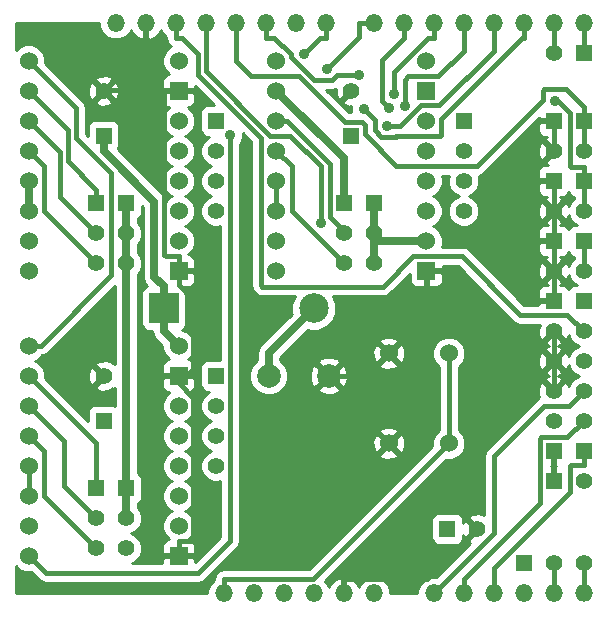
<source format=gbl>
G04 (created by PCBNEW-RS274X (2012-01-19 BZR 3256)-stable) date 20/07/2013 4:07:59 p.m.*
G01*
G70*
G90*
%MOIN*%
G04 Gerber Fmt 3.4, Leading zero omitted, Abs format*
%FSLAX34Y34*%
G04 APERTURE LIST*
%ADD10C,0.006000*%
%ADD11C,0.098400*%
%ADD12R,0.098400X0.098400*%
%ADD13O,0.060000X0.057100*%
%ADD14O,0.060000X0.059100*%
%ADD15R,0.060000X0.060000*%
%ADD16C,0.060000*%
%ADD17R,0.055000X0.055000*%
%ADD18C,0.055000*%
%ADD19C,0.078700*%
%ADD20C,0.035000*%
%ADD21C,0.027600*%
%ADD22C,0.016000*%
%ADD23C,0.010000*%
G04 APERTURE END LIST*
G54D10*
G54D11*
X35250Y-24000D03*
G54D12*
X30250Y-24000D03*
G54D13*
X44250Y-33500D03*
G54D14*
X43250Y-33500D03*
X42250Y-33500D03*
X39250Y-33500D03*
X40250Y-33500D03*
X41250Y-33500D03*
X37250Y-33500D03*
X36250Y-33500D03*
X35250Y-33500D03*
X33250Y-33500D03*
X32250Y-33500D03*
X44250Y-14500D03*
X43250Y-14500D03*
X42250Y-14500D03*
X41250Y-14500D03*
X40250Y-14500D03*
X39250Y-14500D03*
X38250Y-14500D03*
X37250Y-14500D03*
X35650Y-14500D03*
X34650Y-14500D03*
X33650Y-14500D03*
X32650Y-14500D03*
X31650Y-14500D03*
X30650Y-14500D03*
X29650Y-14500D03*
X28650Y-14500D03*
X34250Y-33500D03*
G54D15*
X30750Y-32250D03*
G54D16*
X30750Y-31250D03*
X30750Y-30250D03*
X30750Y-29250D03*
X30750Y-28250D03*
X30750Y-27250D03*
G54D15*
X30750Y-26250D03*
G54D16*
X30750Y-25250D03*
X25750Y-25250D03*
X25750Y-26250D03*
X25750Y-27250D03*
X25750Y-28250D03*
X25750Y-29250D03*
X25750Y-30250D03*
X25750Y-31250D03*
X25750Y-32250D03*
G54D15*
X39000Y-22750D03*
G54D16*
X39000Y-21750D03*
X39000Y-20750D03*
X39000Y-19750D03*
X39000Y-18750D03*
X39000Y-17750D03*
G54D15*
X39000Y-16750D03*
G54D16*
X39000Y-15750D03*
X34000Y-15750D03*
X34000Y-16750D03*
X34000Y-17750D03*
X34000Y-18750D03*
X34000Y-19750D03*
X34000Y-20750D03*
X34000Y-21750D03*
X34000Y-22750D03*
G54D15*
X30750Y-22750D03*
G54D16*
X30750Y-21750D03*
X30750Y-20750D03*
X30750Y-19750D03*
X30750Y-18750D03*
X30750Y-17750D03*
G54D15*
X30750Y-16750D03*
G54D16*
X30750Y-15750D03*
X25750Y-15750D03*
X25750Y-16750D03*
X25750Y-17750D03*
X25750Y-18750D03*
X25750Y-19750D03*
X25750Y-20750D03*
X25750Y-21750D03*
X25750Y-22750D03*
G54D17*
X28000Y-30000D03*
G54D18*
X28000Y-31000D03*
X28000Y-32000D03*
G54D17*
X37250Y-20500D03*
G54D18*
X37250Y-21500D03*
X37250Y-22500D03*
G54D17*
X36250Y-20500D03*
G54D18*
X36250Y-21500D03*
X36250Y-22500D03*
G54D17*
X29000Y-30000D03*
G54D18*
X29000Y-31000D03*
X29000Y-32000D03*
G54D17*
X28000Y-20500D03*
G54D18*
X28000Y-21500D03*
X28000Y-22500D03*
G54D17*
X29000Y-20500D03*
G54D18*
X29000Y-21500D03*
X29000Y-22500D03*
G54D17*
X43250Y-29750D03*
G54D18*
X44250Y-29750D03*
G54D19*
X33750Y-26250D03*
X35750Y-26250D03*
G54D16*
X37750Y-28500D03*
X39750Y-25500D03*
X39750Y-28500D03*
X37750Y-25500D03*
G54D17*
X44250Y-15500D03*
G54D18*
X43250Y-15500D03*
G54D17*
X32000Y-17750D03*
G54D18*
X32000Y-18750D03*
X32000Y-19750D03*
X32000Y-20750D03*
G54D17*
X40250Y-17750D03*
G54D18*
X40250Y-18750D03*
X40250Y-19750D03*
X40250Y-20750D03*
G54D17*
X32000Y-26250D03*
G54D18*
X32000Y-27250D03*
X32000Y-28250D03*
X32000Y-29250D03*
G54D17*
X42250Y-32500D03*
G54D18*
X43250Y-32500D03*
X44250Y-32500D03*
G54D17*
X43250Y-23750D03*
G54D18*
X43250Y-24750D03*
X43250Y-25750D03*
G54D17*
X44250Y-23750D03*
G54D18*
X44250Y-24750D03*
X44250Y-25750D03*
G54D17*
X43250Y-28750D03*
G54D18*
X43250Y-27750D03*
X43250Y-26750D03*
G54D17*
X44250Y-28750D03*
G54D18*
X44250Y-27750D03*
X44250Y-26750D03*
G54D17*
X43250Y-21750D03*
G54D18*
X43250Y-22750D03*
G54D17*
X43250Y-19750D03*
G54D18*
X43250Y-20750D03*
G54D17*
X43250Y-17750D03*
G54D18*
X43250Y-18750D03*
G54D17*
X44250Y-17750D03*
G54D18*
X44250Y-18750D03*
G54D17*
X44250Y-19750D03*
G54D18*
X44250Y-20750D03*
G54D17*
X44250Y-21750D03*
G54D18*
X44250Y-22750D03*
G54D17*
X28250Y-27750D03*
G54D18*
X28250Y-26250D03*
G54D17*
X36500Y-18250D03*
G54D18*
X36500Y-16750D03*
G54D17*
X28250Y-18250D03*
G54D18*
X28250Y-16750D03*
G54D17*
X39700Y-31350D03*
G54D18*
X40700Y-31350D03*
G54D20*
X37918Y-16868D03*
X36916Y-17344D03*
X34913Y-15509D03*
X37761Y-17322D03*
X37685Y-17911D03*
X35708Y-16021D03*
X32458Y-18234D03*
X38291Y-17249D03*
X35480Y-21150D03*
X43283Y-17086D03*
X36757Y-16221D03*
G54D21*
X37250Y-21750D02*
X39000Y-21750D01*
X29000Y-21500D02*
X29000Y-20500D01*
X29000Y-30000D02*
X29000Y-22500D01*
X29000Y-31000D02*
X29000Y-30000D01*
X37250Y-21750D02*
X37250Y-21500D01*
X37250Y-22500D02*
X37250Y-21750D01*
X29000Y-21500D02*
X29000Y-22500D01*
X37250Y-21500D02*
X37250Y-20500D01*
G54D22*
X43250Y-32500D02*
X43250Y-33500D01*
X44250Y-32500D02*
X44250Y-33500D01*
G54D21*
X30750Y-25250D02*
X30250Y-24750D01*
X30250Y-24750D02*
X30250Y-24000D01*
X30250Y-24000D02*
X30250Y-23267D01*
X28250Y-18250D02*
X28250Y-18766D01*
X28250Y-18766D02*
X29938Y-20454D01*
X29938Y-20454D02*
X29938Y-22955D01*
X29938Y-22955D02*
X30250Y-23267D01*
G54D22*
X30750Y-26491D02*
X31233Y-26974D01*
X29680Y-16750D02*
X30267Y-16750D01*
X29650Y-16720D02*
X29680Y-16750D01*
X43250Y-18750D02*
X43250Y-17750D01*
X30750Y-22750D02*
X30750Y-22267D01*
X31233Y-26974D02*
X31233Y-31722D01*
X31233Y-31722D02*
X31188Y-31767D01*
X31188Y-31767D02*
X30750Y-31767D01*
X30750Y-32250D02*
X30750Y-31767D01*
X30750Y-26491D02*
X31233Y-26008D01*
X31233Y-26008D02*
X31233Y-23716D01*
X31233Y-23716D02*
X30750Y-23233D01*
X30750Y-26250D02*
X30750Y-26491D01*
X30750Y-22750D02*
X30750Y-23233D01*
X30312Y-22267D02*
X30750Y-22267D01*
X30267Y-22222D02*
X30312Y-22267D01*
X30267Y-16750D02*
X30267Y-22222D01*
X43250Y-29750D02*
X43250Y-28750D01*
X30750Y-16750D02*
X30267Y-16750D01*
X36250Y-33500D02*
X36250Y-33021D01*
X40700Y-31350D02*
X39029Y-33021D01*
X39029Y-33021D02*
X36250Y-33021D01*
X43250Y-25750D02*
X43250Y-24750D01*
X43250Y-26750D02*
X43250Y-25750D01*
X37000Y-26250D02*
X37750Y-25500D01*
X43250Y-19750D02*
X43250Y-20750D01*
X43250Y-20750D02*
X43250Y-21750D01*
X39000Y-22750D02*
X39000Y-23233D01*
X43250Y-22750D02*
X43250Y-23750D01*
X43250Y-21750D02*
X43250Y-22750D01*
X29650Y-16720D02*
X29650Y-14500D01*
X35750Y-26250D02*
X37000Y-26250D01*
X37000Y-26250D02*
X37000Y-27750D01*
X37000Y-27750D02*
X37750Y-28500D01*
X37750Y-25500D02*
X39000Y-24250D01*
X39000Y-24250D02*
X39000Y-23233D01*
X28250Y-16750D02*
X28280Y-16720D01*
X28280Y-16720D02*
X29650Y-16720D01*
G54D21*
X33750Y-25500D02*
X35250Y-24000D01*
X33750Y-26250D02*
X33750Y-25500D01*
G54D22*
X32250Y-33500D02*
X32250Y-33021D01*
X39750Y-28500D02*
X39750Y-25500D01*
X35229Y-33021D02*
X32250Y-33021D01*
X39750Y-28500D02*
X35229Y-33021D01*
X43250Y-15500D02*
X43250Y-14500D01*
X39250Y-14500D02*
X39250Y-14979D01*
X39045Y-14979D02*
X39250Y-14979D01*
X37918Y-16106D02*
X39045Y-14979D01*
X37918Y-16868D02*
X37918Y-16106D01*
X37500Y-18269D02*
X37999Y-18269D01*
X37290Y-17718D02*
X37290Y-18059D01*
X38009Y-18259D02*
X39461Y-18259D01*
X39461Y-18259D02*
X39506Y-18214D01*
X39506Y-18214D02*
X39506Y-17681D01*
X39506Y-17681D02*
X42208Y-14979D01*
X42208Y-14979D02*
X42250Y-14979D01*
X42250Y-14500D02*
X42250Y-14979D01*
X37290Y-18059D02*
X37500Y-18269D01*
X37999Y-18269D02*
X38009Y-18259D01*
X36916Y-17344D02*
X37290Y-17718D01*
X44250Y-15500D02*
X44250Y-14500D01*
X25750Y-30250D02*
X25750Y-29250D01*
X44250Y-28750D02*
X44250Y-29208D01*
X43837Y-29208D02*
X44250Y-29208D01*
X43792Y-29253D02*
X43837Y-29208D01*
X43792Y-30126D02*
X43792Y-29253D01*
X41250Y-32668D02*
X43792Y-30126D01*
X41250Y-33500D02*
X41250Y-32668D01*
X42791Y-30480D02*
X40250Y-33021D01*
X42791Y-28336D02*
X42791Y-30480D01*
X42836Y-28291D02*
X42791Y-28336D01*
X43709Y-28291D02*
X42836Y-28291D01*
X44250Y-27750D02*
X43709Y-28291D01*
X40250Y-33500D02*
X40250Y-33021D01*
X41254Y-31496D02*
X39250Y-33500D01*
X41254Y-28928D02*
X41254Y-31496D01*
X42932Y-27250D02*
X41254Y-28928D01*
X43750Y-27250D02*
X42932Y-27250D01*
X44250Y-26750D02*
X43750Y-27250D01*
X35650Y-14500D02*
X35650Y-14979D01*
X34913Y-15509D02*
X35443Y-14979D01*
X26144Y-25250D02*
X25750Y-25250D01*
X28500Y-22894D02*
X26144Y-25250D01*
X28500Y-19492D02*
X28500Y-22894D01*
X27324Y-18316D02*
X28500Y-19492D01*
X27324Y-17324D02*
X27324Y-18316D01*
X25750Y-15750D02*
X27324Y-17324D01*
X35443Y-14979D02*
X35650Y-14979D01*
X26796Y-18796D02*
X25750Y-17750D01*
X26796Y-20296D02*
X26796Y-18796D01*
X28000Y-21500D02*
X26796Y-20296D01*
X27060Y-18060D02*
X25750Y-16750D01*
X27060Y-19102D02*
X27060Y-18060D01*
X28000Y-20042D02*
X27060Y-19102D01*
X28000Y-20500D02*
X28000Y-20042D01*
X26266Y-28766D02*
X25750Y-28250D01*
X26266Y-30266D02*
X26266Y-28766D01*
X28000Y-32000D02*
X26266Y-30266D01*
X26910Y-28410D02*
X25750Y-27250D01*
X26910Y-29910D02*
X26910Y-28410D01*
X28000Y-31000D02*
X26910Y-29910D01*
X28000Y-28500D02*
X25750Y-26250D01*
X28000Y-30000D02*
X28000Y-28500D01*
X26266Y-19266D02*
X25750Y-18750D01*
X26266Y-20766D02*
X26266Y-19266D01*
X28000Y-22500D02*
X26266Y-20766D01*
X38250Y-14979D02*
X37525Y-15704D01*
X37525Y-15704D02*
X37525Y-17086D01*
X37525Y-17086D02*
X37761Y-17322D01*
X38250Y-14500D02*
X38250Y-14979D01*
X37685Y-17911D02*
X38136Y-17911D01*
X38136Y-17911D02*
X38813Y-17234D01*
X39439Y-17234D02*
X41250Y-15423D01*
X41250Y-15423D02*
X41250Y-14500D01*
X38813Y-17234D02*
X39439Y-17234D01*
X34000Y-20750D02*
X34000Y-19750D01*
X34516Y-20766D02*
X36250Y-22500D01*
X34516Y-19266D02*
X34516Y-20766D01*
X34000Y-18750D02*
X34516Y-19266D01*
X36250Y-21413D02*
X35791Y-20954D01*
X36250Y-21500D02*
X36250Y-21413D01*
X35791Y-20954D02*
X35791Y-19171D01*
X35791Y-19171D02*
X34370Y-17750D01*
X34370Y-17750D02*
X34000Y-17750D01*
G54D21*
X36250Y-19000D02*
X34000Y-16750D01*
X36250Y-20500D02*
X36250Y-19000D01*
X25750Y-20750D02*
X25750Y-19750D01*
G54D22*
X35708Y-16021D02*
X36766Y-14963D01*
X37250Y-14500D02*
X36766Y-14500D01*
X25750Y-32250D02*
X26322Y-32822D01*
X26322Y-32822D02*
X31400Y-32822D01*
X31400Y-32822D02*
X32458Y-31764D01*
X32458Y-31764D02*
X32458Y-18234D01*
X36766Y-14963D02*
X36766Y-14500D01*
X38291Y-16370D02*
X38395Y-16266D01*
X38291Y-17249D02*
X38291Y-16370D01*
X40250Y-15411D02*
X40250Y-14500D01*
X39395Y-16266D02*
X40250Y-15411D01*
X38395Y-16266D02*
X39395Y-16266D01*
X33489Y-18307D02*
X31386Y-16204D01*
X33489Y-23224D02*
X33489Y-18307D01*
X30650Y-14500D02*
X30650Y-14979D01*
X44250Y-24750D02*
X43709Y-24209D01*
X43709Y-24209D02*
X42137Y-24209D01*
X40194Y-22266D02*
X38564Y-22266D01*
X38564Y-22266D02*
X37561Y-23269D01*
X37561Y-23269D02*
X33534Y-23269D01*
X33534Y-23269D02*
X33489Y-23224D01*
X31386Y-16204D02*
X31386Y-15510D01*
X31386Y-15510D02*
X30855Y-14979D01*
X30855Y-14979D02*
X30650Y-14979D01*
X42137Y-24209D02*
X40194Y-22266D01*
X35480Y-21150D02*
X35480Y-19256D01*
X33806Y-18250D02*
X31650Y-16094D01*
X34474Y-18250D02*
X33806Y-18250D01*
X31650Y-16094D02*
X31650Y-14500D01*
X35480Y-19256D02*
X34474Y-18250D01*
X44250Y-22750D02*
X44250Y-21750D01*
X33937Y-14979D02*
X34485Y-15527D01*
X34485Y-15527D02*
X34485Y-15621D01*
X34485Y-15621D02*
X35243Y-16379D01*
X35857Y-16379D02*
X36015Y-16221D01*
X36015Y-16221D02*
X36757Y-16221D01*
X44250Y-19750D02*
X44250Y-19292D01*
X44250Y-19292D02*
X43837Y-19292D01*
X43837Y-19292D02*
X43792Y-19247D01*
X33650Y-14979D02*
X33937Y-14979D01*
X33650Y-14500D02*
X33650Y-14979D01*
X44250Y-20750D02*
X44250Y-19750D01*
X43395Y-17086D02*
X43283Y-17086D01*
X35243Y-16379D02*
X35857Y-16379D01*
X43792Y-17483D02*
X43395Y-17086D01*
X43792Y-19247D02*
X43792Y-17483D01*
X44250Y-17292D02*
X43654Y-16696D01*
X38009Y-19250D02*
X36958Y-18199D01*
X43654Y-16696D02*
X42926Y-16696D01*
X42926Y-16696D02*
X42881Y-16741D01*
X42881Y-16741D02*
X42881Y-17057D01*
X42881Y-17057D02*
X40688Y-19250D01*
X40688Y-19250D02*
X38009Y-19250D01*
X44250Y-17750D02*
X44250Y-17292D01*
X32650Y-15751D02*
X32650Y-14500D01*
X33165Y-16266D02*
X32650Y-15751D01*
X34757Y-16266D02*
X33165Y-16266D01*
X36282Y-17791D02*
X34757Y-16266D01*
X36850Y-17791D02*
X36282Y-17791D01*
X36958Y-17899D02*
X36850Y-17791D01*
X44250Y-18750D02*
X44250Y-17750D01*
X36958Y-18199D02*
X36958Y-17899D01*
G54D10*
G36*
X28612Y-27241D02*
X28575Y-27226D01*
X28540Y-27226D01*
X28476Y-27226D01*
X27926Y-27226D01*
X27834Y-27264D01*
X27764Y-27334D01*
X27726Y-27425D01*
X27726Y-27524D01*
X27726Y-27759D01*
X26299Y-26332D01*
X26299Y-26141D01*
X26215Y-25939D01*
X26061Y-25785D01*
X25976Y-25750D01*
X26061Y-25715D01*
X26208Y-25567D01*
X26270Y-25555D01*
X26271Y-25555D01*
X26377Y-25483D01*
X28612Y-23248D01*
X28612Y-25857D01*
X28557Y-25802D01*
X28525Y-25833D01*
X28517Y-25798D01*
X28324Y-25731D01*
X28120Y-25742D01*
X27983Y-25798D01*
X27960Y-25889D01*
X28215Y-26144D01*
X28250Y-26179D01*
X28321Y-26250D01*
X28250Y-26321D01*
X28215Y-26356D01*
X28179Y-26392D01*
X28179Y-26250D01*
X27889Y-25960D01*
X27798Y-25983D01*
X27731Y-26176D01*
X27742Y-26380D01*
X27798Y-26517D01*
X27889Y-26540D01*
X28179Y-26250D01*
X28179Y-26392D01*
X27960Y-26611D01*
X27983Y-26702D01*
X28176Y-26769D01*
X28380Y-26758D01*
X28517Y-26702D01*
X28525Y-26666D01*
X28540Y-26681D01*
X28557Y-26698D01*
X28612Y-26643D01*
X28612Y-27241D01*
X28612Y-27241D01*
G37*
G54D23*
X28612Y-27241D02*
X28575Y-27226D01*
X28540Y-27226D01*
X28476Y-27226D01*
X27926Y-27226D01*
X27834Y-27264D01*
X27764Y-27334D01*
X27726Y-27425D01*
X27726Y-27524D01*
X27726Y-27759D01*
X26299Y-26332D01*
X26299Y-26141D01*
X26215Y-25939D01*
X26061Y-25785D01*
X25976Y-25750D01*
X26061Y-25715D01*
X26208Y-25567D01*
X26270Y-25555D01*
X26271Y-25555D01*
X26377Y-25483D01*
X28612Y-23248D01*
X28612Y-25857D01*
X28557Y-25802D01*
X28525Y-25833D01*
X28517Y-25798D01*
X28324Y-25731D01*
X28120Y-25742D01*
X27983Y-25798D01*
X27960Y-25889D01*
X28215Y-26144D01*
X28250Y-26179D01*
X28321Y-26250D01*
X28250Y-26321D01*
X28215Y-26356D01*
X28179Y-26392D01*
X28179Y-26250D01*
X27889Y-25960D01*
X27798Y-25983D01*
X27731Y-26176D01*
X27742Y-26380D01*
X27798Y-26517D01*
X27889Y-26540D01*
X28179Y-26250D01*
X28179Y-26392D01*
X27960Y-26611D01*
X27983Y-26702D01*
X28176Y-26769D01*
X28380Y-26758D01*
X28517Y-26702D01*
X28525Y-26666D01*
X28540Y-26681D01*
X28557Y-26698D01*
X28612Y-26643D01*
X28612Y-27241D01*
G54D10*
G36*
X32128Y-31627D02*
X31299Y-32456D01*
X31300Y-32362D01*
X31300Y-32138D01*
X31299Y-31901D01*
X31261Y-31809D01*
X31191Y-31739D01*
X31100Y-31701D01*
X31075Y-31701D01*
X31215Y-31561D01*
X31299Y-31359D01*
X31299Y-31141D01*
X31215Y-30939D01*
X31061Y-30785D01*
X30976Y-30750D01*
X31061Y-30715D01*
X31215Y-30561D01*
X31299Y-30359D01*
X31299Y-30141D01*
X31215Y-29939D01*
X31061Y-29785D01*
X30976Y-29750D01*
X31061Y-29715D01*
X31215Y-29561D01*
X31299Y-29359D01*
X31299Y-29141D01*
X31215Y-28939D01*
X31061Y-28785D01*
X30976Y-28750D01*
X31061Y-28715D01*
X31215Y-28561D01*
X31299Y-28359D01*
X31299Y-28141D01*
X31215Y-27939D01*
X31061Y-27785D01*
X30976Y-27750D01*
X31061Y-27715D01*
X31215Y-27561D01*
X31299Y-27359D01*
X31299Y-27141D01*
X31215Y-26939D01*
X31075Y-26799D01*
X31100Y-26799D01*
X31191Y-26761D01*
X31261Y-26691D01*
X31299Y-26599D01*
X31300Y-26362D01*
X31238Y-26300D01*
X30850Y-26300D01*
X30800Y-26300D01*
X30700Y-26300D01*
X30650Y-26300D01*
X30262Y-26300D01*
X30200Y-26362D01*
X30201Y-26599D01*
X30239Y-26691D01*
X30309Y-26761D01*
X30400Y-26799D01*
X30425Y-26799D01*
X30285Y-26939D01*
X30201Y-27141D01*
X30201Y-27359D01*
X30285Y-27561D01*
X30439Y-27715D01*
X30523Y-27750D01*
X30439Y-27785D01*
X30285Y-27939D01*
X30201Y-28141D01*
X30201Y-28359D01*
X30285Y-28561D01*
X30439Y-28715D01*
X30523Y-28750D01*
X30439Y-28785D01*
X30285Y-28939D01*
X30201Y-29141D01*
X30201Y-29359D01*
X30285Y-29561D01*
X30439Y-29715D01*
X30523Y-29750D01*
X30439Y-29785D01*
X30285Y-29939D01*
X30201Y-30141D01*
X30201Y-30359D01*
X30285Y-30561D01*
X30439Y-30715D01*
X30523Y-30750D01*
X30439Y-30785D01*
X30285Y-30939D01*
X30201Y-31141D01*
X30201Y-31359D01*
X30285Y-31561D01*
X30425Y-31701D01*
X30400Y-31701D01*
X30309Y-31739D01*
X30239Y-31809D01*
X30201Y-31901D01*
X30200Y-32138D01*
X30262Y-32200D01*
X30650Y-32200D01*
X30700Y-32200D01*
X30800Y-32200D01*
X30850Y-32200D01*
X31238Y-32200D01*
X31300Y-32138D01*
X31300Y-32362D01*
X31238Y-32300D01*
X30850Y-32300D01*
X30800Y-32300D01*
X30700Y-32300D01*
X30650Y-32300D01*
X30262Y-32300D01*
X30200Y-32362D01*
X30200Y-32492D01*
X29183Y-32492D01*
X29297Y-32445D01*
X29445Y-32298D01*
X29525Y-32105D01*
X29525Y-31896D01*
X29445Y-31703D01*
X29298Y-31555D01*
X29164Y-31499D01*
X29297Y-31445D01*
X29445Y-31298D01*
X29525Y-31105D01*
X29525Y-30896D01*
X29445Y-30703D01*
X29388Y-30645D01*
X29388Y-30497D01*
X29416Y-30486D01*
X29486Y-30416D01*
X29524Y-30325D01*
X29524Y-30226D01*
X29524Y-29676D01*
X29486Y-29584D01*
X29416Y-29514D01*
X29388Y-29502D01*
X29388Y-22854D01*
X29445Y-22798D01*
X29525Y-22605D01*
X29525Y-22396D01*
X29445Y-22203D01*
X29388Y-22145D01*
X29388Y-21854D01*
X29445Y-21798D01*
X29525Y-21605D01*
X29525Y-21396D01*
X29445Y-21203D01*
X29388Y-21145D01*
X29388Y-20997D01*
X29416Y-20986D01*
X29486Y-20916D01*
X29524Y-20825D01*
X29524Y-20726D01*
X29524Y-20588D01*
X29550Y-20614D01*
X29550Y-22955D01*
X29580Y-23103D01*
X29664Y-23229D01*
X29698Y-23263D01*
X29617Y-23297D01*
X29547Y-23367D01*
X29509Y-23458D01*
X29509Y-23557D01*
X29509Y-24541D01*
X29547Y-24633D01*
X29617Y-24703D01*
X29708Y-24741D01*
X29807Y-24741D01*
X29862Y-24741D01*
X29862Y-24750D01*
X29892Y-24898D01*
X29976Y-25024D01*
X30201Y-25249D01*
X30201Y-25359D01*
X30285Y-25561D01*
X30425Y-25701D01*
X30400Y-25701D01*
X30309Y-25739D01*
X30239Y-25809D01*
X30201Y-25901D01*
X30200Y-26138D01*
X30262Y-26200D01*
X30650Y-26200D01*
X30700Y-26200D01*
X30800Y-26200D01*
X30850Y-26200D01*
X31238Y-26200D01*
X31300Y-26138D01*
X31299Y-25901D01*
X31261Y-25809D01*
X31191Y-25739D01*
X31100Y-25701D01*
X31075Y-25701D01*
X31215Y-25561D01*
X31299Y-25359D01*
X31299Y-25141D01*
X31215Y-24939D01*
X31061Y-24785D01*
X30873Y-24706D01*
X30883Y-24703D01*
X30953Y-24633D01*
X30991Y-24542D01*
X30991Y-24443D01*
X30991Y-23459D01*
X30953Y-23367D01*
X30885Y-23299D01*
X31001Y-23299D01*
X31100Y-23299D01*
X31191Y-23261D01*
X31261Y-23191D01*
X31299Y-23099D01*
X31300Y-22862D01*
X31238Y-22800D01*
X30850Y-22800D01*
X30800Y-22800D01*
X30700Y-22800D01*
X30700Y-22700D01*
X30800Y-22700D01*
X30850Y-22700D01*
X31238Y-22700D01*
X31300Y-22638D01*
X31299Y-22401D01*
X31261Y-22309D01*
X31191Y-22239D01*
X31100Y-22201D01*
X31075Y-22201D01*
X31215Y-22061D01*
X31299Y-21859D01*
X31299Y-21641D01*
X31215Y-21439D01*
X31061Y-21285D01*
X30976Y-21250D01*
X31061Y-21215D01*
X31215Y-21061D01*
X31299Y-20859D01*
X31299Y-20641D01*
X31215Y-20439D01*
X31061Y-20285D01*
X30976Y-20250D01*
X31061Y-20215D01*
X31215Y-20061D01*
X31299Y-19859D01*
X31299Y-19641D01*
X31215Y-19439D01*
X31061Y-19285D01*
X30976Y-19250D01*
X31061Y-19215D01*
X31215Y-19061D01*
X31299Y-18859D01*
X31299Y-18641D01*
X31215Y-18439D01*
X31061Y-18285D01*
X30976Y-18250D01*
X31061Y-18215D01*
X31215Y-18061D01*
X31299Y-17859D01*
X31299Y-17641D01*
X31215Y-17439D01*
X31075Y-17299D01*
X31100Y-17299D01*
X31191Y-17261D01*
X31261Y-17191D01*
X31299Y-17099D01*
X31300Y-16862D01*
X31238Y-16800D01*
X30850Y-16800D01*
X30800Y-16800D01*
X30700Y-16800D01*
X30650Y-16800D01*
X30262Y-16800D01*
X30200Y-16862D01*
X30201Y-17099D01*
X30239Y-17191D01*
X30309Y-17261D01*
X30400Y-17299D01*
X30425Y-17299D01*
X30285Y-17439D01*
X30201Y-17641D01*
X30201Y-17859D01*
X30285Y-18061D01*
X30439Y-18215D01*
X30523Y-18250D01*
X30439Y-18285D01*
X30285Y-18439D01*
X30201Y-18641D01*
X30201Y-18859D01*
X30285Y-19061D01*
X30439Y-19215D01*
X30523Y-19250D01*
X30439Y-19285D01*
X30285Y-19439D01*
X30201Y-19641D01*
X30201Y-19859D01*
X30285Y-20061D01*
X30439Y-20215D01*
X30523Y-20250D01*
X30439Y-20285D01*
X30316Y-20407D01*
X30300Y-20330D01*
X30296Y-20306D01*
X30296Y-20305D01*
X30212Y-20180D01*
X28717Y-18685D01*
X28736Y-18666D01*
X28774Y-18575D01*
X28774Y-18476D01*
X28774Y-17926D01*
X28769Y-17913D01*
X28769Y-16824D01*
X28758Y-16620D01*
X28702Y-16483D01*
X28611Y-16460D01*
X28540Y-16531D01*
X28540Y-16389D01*
X28517Y-16298D01*
X28324Y-16231D01*
X28120Y-16242D01*
X27983Y-16298D01*
X27960Y-16389D01*
X28250Y-16679D01*
X28540Y-16389D01*
X28540Y-16531D01*
X28321Y-16750D01*
X28611Y-17040D01*
X28702Y-17017D01*
X28769Y-16824D01*
X28769Y-17913D01*
X28736Y-17834D01*
X28666Y-17764D01*
X28575Y-17726D01*
X28540Y-17726D01*
X28540Y-17111D01*
X28250Y-16821D01*
X28179Y-16892D01*
X28179Y-16750D01*
X27889Y-16460D01*
X27798Y-16483D01*
X27731Y-16676D01*
X27742Y-16880D01*
X27798Y-17017D01*
X27889Y-17040D01*
X28179Y-16750D01*
X28179Y-16892D01*
X27960Y-17111D01*
X27983Y-17202D01*
X28176Y-17269D01*
X28380Y-17258D01*
X28517Y-17202D01*
X28540Y-17111D01*
X28540Y-17726D01*
X28476Y-17726D01*
X27926Y-17726D01*
X27834Y-17764D01*
X27764Y-17834D01*
X27726Y-17925D01*
X27726Y-18024D01*
X27726Y-18252D01*
X27654Y-18180D01*
X27654Y-17324D01*
X27653Y-17323D01*
X27629Y-17198D01*
X27628Y-17197D01*
X27604Y-17162D01*
X27557Y-17091D01*
X27557Y-17090D01*
X26299Y-15832D01*
X26299Y-15641D01*
X26215Y-15439D01*
X26061Y-15285D01*
X25859Y-15201D01*
X25641Y-15201D01*
X25439Y-15285D01*
X25325Y-15399D01*
X25325Y-14500D01*
X28100Y-14500D01*
X28100Y-14606D01*
X28181Y-14803D01*
X28332Y-14953D01*
X28528Y-15035D01*
X28741Y-15035D01*
X28771Y-15035D01*
X28968Y-14954D01*
X29118Y-14803D01*
X29150Y-14726D01*
X29172Y-14788D01*
X29318Y-14947D01*
X29514Y-15038D01*
X29600Y-14990D01*
X29600Y-14600D01*
X29600Y-14550D01*
X29600Y-14500D01*
X29700Y-14500D01*
X29700Y-14550D01*
X29700Y-14600D01*
X29700Y-14990D01*
X29786Y-15038D01*
X29982Y-14947D01*
X30128Y-14788D01*
X30149Y-14727D01*
X30181Y-14803D01*
X30320Y-14941D01*
X30320Y-14979D01*
X30345Y-15105D01*
X30417Y-15212D01*
X30492Y-15262D01*
X30439Y-15285D01*
X30285Y-15439D01*
X30201Y-15641D01*
X30201Y-15859D01*
X30285Y-16061D01*
X30425Y-16201D01*
X30400Y-16201D01*
X30309Y-16239D01*
X30239Y-16309D01*
X30201Y-16401D01*
X30200Y-16638D01*
X30262Y-16700D01*
X30650Y-16700D01*
X30700Y-16700D01*
X30800Y-16700D01*
X30850Y-16700D01*
X31238Y-16700D01*
X31300Y-16638D01*
X31299Y-16583D01*
X31942Y-17226D01*
X31676Y-17226D01*
X31584Y-17264D01*
X31514Y-17334D01*
X31476Y-17425D01*
X31476Y-17524D01*
X31476Y-18074D01*
X31514Y-18166D01*
X31584Y-18236D01*
X31675Y-18274D01*
X31774Y-18274D01*
X31703Y-18305D01*
X31555Y-18452D01*
X31475Y-18645D01*
X31475Y-18854D01*
X31555Y-19047D01*
X31702Y-19195D01*
X31835Y-19250D01*
X31703Y-19305D01*
X31555Y-19452D01*
X31475Y-19645D01*
X31475Y-19854D01*
X31555Y-20047D01*
X31702Y-20195D01*
X31835Y-20250D01*
X31703Y-20305D01*
X31555Y-20452D01*
X31475Y-20645D01*
X31475Y-20854D01*
X31555Y-21047D01*
X31702Y-21195D01*
X31895Y-21275D01*
X32104Y-21275D01*
X32128Y-21265D01*
X32128Y-25726D01*
X31676Y-25726D01*
X31584Y-25764D01*
X31514Y-25834D01*
X31476Y-25925D01*
X31476Y-26024D01*
X31476Y-26574D01*
X31514Y-26666D01*
X31584Y-26736D01*
X31675Y-26774D01*
X31774Y-26774D01*
X31703Y-26805D01*
X31555Y-26952D01*
X31475Y-27145D01*
X31475Y-27354D01*
X31555Y-27547D01*
X31702Y-27695D01*
X31835Y-27750D01*
X31703Y-27805D01*
X31555Y-27952D01*
X31475Y-28145D01*
X31475Y-28354D01*
X31555Y-28547D01*
X31702Y-28695D01*
X31835Y-28750D01*
X31703Y-28805D01*
X31555Y-28952D01*
X31475Y-29145D01*
X31475Y-29354D01*
X31555Y-29547D01*
X31702Y-29695D01*
X31895Y-29775D01*
X32104Y-29775D01*
X32128Y-29765D01*
X32128Y-31627D01*
X32128Y-31627D01*
G37*
G54D23*
X32128Y-31627D02*
X31299Y-32456D01*
X31300Y-32362D01*
X31300Y-32138D01*
X31299Y-31901D01*
X31261Y-31809D01*
X31191Y-31739D01*
X31100Y-31701D01*
X31075Y-31701D01*
X31215Y-31561D01*
X31299Y-31359D01*
X31299Y-31141D01*
X31215Y-30939D01*
X31061Y-30785D01*
X30976Y-30750D01*
X31061Y-30715D01*
X31215Y-30561D01*
X31299Y-30359D01*
X31299Y-30141D01*
X31215Y-29939D01*
X31061Y-29785D01*
X30976Y-29750D01*
X31061Y-29715D01*
X31215Y-29561D01*
X31299Y-29359D01*
X31299Y-29141D01*
X31215Y-28939D01*
X31061Y-28785D01*
X30976Y-28750D01*
X31061Y-28715D01*
X31215Y-28561D01*
X31299Y-28359D01*
X31299Y-28141D01*
X31215Y-27939D01*
X31061Y-27785D01*
X30976Y-27750D01*
X31061Y-27715D01*
X31215Y-27561D01*
X31299Y-27359D01*
X31299Y-27141D01*
X31215Y-26939D01*
X31075Y-26799D01*
X31100Y-26799D01*
X31191Y-26761D01*
X31261Y-26691D01*
X31299Y-26599D01*
X31300Y-26362D01*
X31238Y-26300D01*
X30850Y-26300D01*
X30800Y-26300D01*
X30700Y-26300D01*
X30650Y-26300D01*
X30262Y-26300D01*
X30200Y-26362D01*
X30201Y-26599D01*
X30239Y-26691D01*
X30309Y-26761D01*
X30400Y-26799D01*
X30425Y-26799D01*
X30285Y-26939D01*
X30201Y-27141D01*
X30201Y-27359D01*
X30285Y-27561D01*
X30439Y-27715D01*
X30523Y-27750D01*
X30439Y-27785D01*
X30285Y-27939D01*
X30201Y-28141D01*
X30201Y-28359D01*
X30285Y-28561D01*
X30439Y-28715D01*
X30523Y-28750D01*
X30439Y-28785D01*
X30285Y-28939D01*
X30201Y-29141D01*
X30201Y-29359D01*
X30285Y-29561D01*
X30439Y-29715D01*
X30523Y-29750D01*
X30439Y-29785D01*
X30285Y-29939D01*
X30201Y-30141D01*
X30201Y-30359D01*
X30285Y-30561D01*
X30439Y-30715D01*
X30523Y-30750D01*
X30439Y-30785D01*
X30285Y-30939D01*
X30201Y-31141D01*
X30201Y-31359D01*
X30285Y-31561D01*
X30425Y-31701D01*
X30400Y-31701D01*
X30309Y-31739D01*
X30239Y-31809D01*
X30201Y-31901D01*
X30200Y-32138D01*
X30262Y-32200D01*
X30650Y-32200D01*
X30700Y-32200D01*
X30800Y-32200D01*
X30850Y-32200D01*
X31238Y-32200D01*
X31300Y-32138D01*
X31300Y-32362D01*
X31238Y-32300D01*
X30850Y-32300D01*
X30800Y-32300D01*
X30700Y-32300D01*
X30650Y-32300D01*
X30262Y-32300D01*
X30200Y-32362D01*
X30200Y-32492D01*
X29183Y-32492D01*
X29297Y-32445D01*
X29445Y-32298D01*
X29525Y-32105D01*
X29525Y-31896D01*
X29445Y-31703D01*
X29298Y-31555D01*
X29164Y-31499D01*
X29297Y-31445D01*
X29445Y-31298D01*
X29525Y-31105D01*
X29525Y-30896D01*
X29445Y-30703D01*
X29388Y-30645D01*
X29388Y-30497D01*
X29416Y-30486D01*
X29486Y-30416D01*
X29524Y-30325D01*
X29524Y-30226D01*
X29524Y-29676D01*
X29486Y-29584D01*
X29416Y-29514D01*
X29388Y-29502D01*
X29388Y-22854D01*
X29445Y-22798D01*
X29525Y-22605D01*
X29525Y-22396D01*
X29445Y-22203D01*
X29388Y-22145D01*
X29388Y-21854D01*
X29445Y-21798D01*
X29525Y-21605D01*
X29525Y-21396D01*
X29445Y-21203D01*
X29388Y-21145D01*
X29388Y-20997D01*
X29416Y-20986D01*
X29486Y-20916D01*
X29524Y-20825D01*
X29524Y-20726D01*
X29524Y-20588D01*
X29550Y-20614D01*
X29550Y-22955D01*
X29580Y-23103D01*
X29664Y-23229D01*
X29698Y-23263D01*
X29617Y-23297D01*
X29547Y-23367D01*
X29509Y-23458D01*
X29509Y-23557D01*
X29509Y-24541D01*
X29547Y-24633D01*
X29617Y-24703D01*
X29708Y-24741D01*
X29807Y-24741D01*
X29862Y-24741D01*
X29862Y-24750D01*
X29892Y-24898D01*
X29976Y-25024D01*
X30201Y-25249D01*
X30201Y-25359D01*
X30285Y-25561D01*
X30425Y-25701D01*
X30400Y-25701D01*
X30309Y-25739D01*
X30239Y-25809D01*
X30201Y-25901D01*
X30200Y-26138D01*
X30262Y-26200D01*
X30650Y-26200D01*
X30700Y-26200D01*
X30800Y-26200D01*
X30850Y-26200D01*
X31238Y-26200D01*
X31300Y-26138D01*
X31299Y-25901D01*
X31261Y-25809D01*
X31191Y-25739D01*
X31100Y-25701D01*
X31075Y-25701D01*
X31215Y-25561D01*
X31299Y-25359D01*
X31299Y-25141D01*
X31215Y-24939D01*
X31061Y-24785D01*
X30873Y-24706D01*
X30883Y-24703D01*
X30953Y-24633D01*
X30991Y-24542D01*
X30991Y-24443D01*
X30991Y-23459D01*
X30953Y-23367D01*
X30885Y-23299D01*
X31001Y-23299D01*
X31100Y-23299D01*
X31191Y-23261D01*
X31261Y-23191D01*
X31299Y-23099D01*
X31300Y-22862D01*
X31238Y-22800D01*
X30850Y-22800D01*
X30800Y-22800D01*
X30700Y-22800D01*
X30700Y-22700D01*
X30800Y-22700D01*
X30850Y-22700D01*
X31238Y-22700D01*
X31300Y-22638D01*
X31299Y-22401D01*
X31261Y-22309D01*
X31191Y-22239D01*
X31100Y-22201D01*
X31075Y-22201D01*
X31215Y-22061D01*
X31299Y-21859D01*
X31299Y-21641D01*
X31215Y-21439D01*
X31061Y-21285D01*
X30976Y-21250D01*
X31061Y-21215D01*
X31215Y-21061D01*
X31299Y-20859D01*
X31299Y-20641D01*
X31215Y-20439D01*
X31061Y-20285D01*
X30976Y-20250D01*
X31061Y-20215D01*
X31215Y-20061D01*
X31299Y-19859D01*
X31299Y-19641D01*
X31215Y-19439D01*
X31061Y-19285D01*
X30976Y-19250D01*
X31061Y-19215D01*
X31215Y-19061D01*
X31299Y-18859D01*
X31299Y-18641D01*
X31215Y-18439D01*
X31061Y-18285D01*
X30976Y-18250D01*
X31061Y-18215D01*
X31215Y-18061D01*
X31299Y-17859D01*
X31299Y-17641D01*
X31215Y-17439D01*
X31075Y-17299D01*
X31100Y-17299D01*
X31191Y-17261D01*
X31261Y-17191D01*
X31299Y-17099D01*
X31300Y-16862D01*
X31238Y-16800D01*
X30850Y-16800D01*
X30800Y-16800D01*
X30700Y-16800D01*
X30650Y-16800D01*
X30262Y-16800D01*
X30200Y-16862D01*
X30201Y-17099D01*
X30239Y-17191D01*
X30309Y-17261D01*
X30400Y-17299D01*
X30425Y-17299D01*
X30285Y-17439D01*
X30201Y-17641D01*
X30201Y-17859D01*
X30285Y-18061D01*
X30439Y-18215D01*
X30523Y-18250D01*
X30439Y-18285D01*
X30285Y-18439D01*
X30201Y-18641D01*
X30201Y-18859D01*
X30285Y-19061D01*
X30439Y-19215D01*
X30523Y-19250D01*
X30439Y-19285D01*
X30285Y-19439D01*
X30201Y-19641D01*
X30201Y-19859D01*
X30285Y-20061D01*
X30439Y-20215D01*
X30523Y-20250D01*
X30439Y-20285D01*
X30316Y-20407D01*
X30300Y-20330D01*
X30296Y-20306D01*
X30296Y-20305D01*
X30212Y-20180D01*
X28717Y-18685D01*
X28736Y-18666D01*
X28774Y-18575D01*
X28774Y-18476D01*
X28774Y-17926D01*
X28769Y-17913D01*
X28769Y-16824D01*
X28758Y-16620D01*
X28702Y-16483D01*
X28611Y-16460D01*
X28540Y-16531D01*
X28540Y-16389D01*
X28517Y-16298D01*
X28324Y-16231D01*
X28120Y-16242D01*
X27983Y-16298D01*
X27960Y-16389D01*
X28250Y-16679D01*
X28540Y-16389D01*
X28540Y-16531D01*
X28321Y-16750D01*
X28611Y-17040D01*
X28702Y-17017D01*
X28769Y-16824D01*
X28769Y-17913D01*
X28736Y-17834D01*
X28666Y-17764D01*
X28575Y-17726D01*
X28540Y-17726D01*
X28540Y-17111D01*
X28250Y-16821D01*
X28179Y-16892D01*
X28179Y-16750D01*
X27889Y-16460D01*
X27798Y-16483D01*
X27731Y-16676D01*
X27742Y-16880D01*
X27798Y-17017D01*
X27889Y-17040D01*
X28179Y-16750D01*
X28179Y-16892D01*
X27960Y-17111D01*
X27983Y-17202D01*
X28176Y-17269D01*
X28380Y-17258D01*
X28517Y-17202D01*
X28540Y-17111D01*
X28540Y-17726D01*
X28476Y-17726D01*
X27926Y-17726D01*
X27834Y-17764D01*
X27764Y-17834D01*
X27726Y-17925D01*
X27726Y-18024D01*
X27726Y-18252D01*
X27654Y-18180D01*
X27654Y-17324D01*
X27653Y-17323D01*
X27629Y-17198D01*
X27628Y-17197D01*
X27604Y-17162D01*
X27557Y-17091D01*
X27557Y-17090D01*
X26299Y-15832D01*
X26299Y-15641D01*
X26215Y-15439D01*
X26061Y-15285D01*
X25859Y-15201D01*
X25641Y-15201D01*
X25439Y-15285D01*
X25325Y-15399D01*
X25325Y-14500D01*
X28100Y-14500D01*
X28100Y-14606D01*
X28181Y-14803D01*
X28332Y-14953D01*
X28528Y-15035D01*
X28741Y-15035D01*
X28771Y-15035D01*
X28968Y-14954D01*
X29118Y-14803D01*
X29150Y-14726D01*
X29172Y-14788D01*
X29318Y-14947D01*
X29514Y-15038D01*
X29600Y-14990D01*
X29600Y-14600D01*
X29600Y-14550D01*
X29600Y-14500D01*
X29700Y-14500D01*
X29700Y-14550D01*
X29700Y-14600D01*
X29700Y-14990D01*
X29786Y-15038D01*
X29982Y-14947D01*
X30128Y-14788D01*
X30149Y-14727D01*
X30181Y-14803D01*
X30320Y-14941D01*
X30320Y-14979D01*
X30345Y-15105D01*
X30417Y-15212D01*
X30492Y-15262D01*
X30439Y-15285D01*
X30285Y-15439D01*
X30201Y-15641D01*
X30201Y-15859D01*
X30285Y-16061D01*
X30425Y-16201D01*
X30400Y-16201D01*
X30309Y-16239D01*
X30239Y-16309D01*
X30201Y-16401D01*
X30200Y-16638D01*
X30262Y-16700D01*
X30650Y-16700D01*
X30700Y-16700D01*
X30800Y-16700D01*
X30850Y-16700D01*
X31238Y-16700D01*
X31300Y-16638D01*
X31299Y-16583D01*
X31942Y-17226D01*
X31676Y-17226D01*
X31584Y-17264D01*
X31514Y-17334D01*
X31476Y-17425D01*
X31476Y-17524D01*
X31476Y-18074D01*
X31514Y-18166D01*
X31584Y-18236D01*
X31675Y-18274D01*
X31774Y-18274D01*
X31703Y-18305D01*
X31555Y-18452D01*
X31475Y-18645D01*
X31475Y-18854D01*
X31555Y-19047D01*
X31702Y-19195D01*
X31835Y-19250D01*
X31703Y-19305D01*
X31555Y-19452D01*
X31475Y-19645D01*
X31475Y-19854D01*
X31555Y-20047D01*
X31702Y-20195D01*
X31835Y-20250D01*
X31703Y-20305D01*
X31555Y-20452D01*
X31475Y-20645D01*
X31475Y-20854D01*
X31555Y-21047D01*
X31702Y-21195D01*
X31895Y-21275D01*
X32104Y-21275D01*
X32128Y-21265D01*
X32128Y-25726D01*
X31676Y-25726D01*
X31584Y-25764D01*
X31514Y-25834D01*
X31476Y-25925D01*
X31476Y-26024D01*
X31476Y-26574D01*
X31514Y-26666D01*
X31584Y-26736D01*
X31675Y-26774D01*
X31774Y-26774D01*
X31703Y-26805D01*
X31555Y-26952D01*
X31475Y-27145D01*
X31475Y-27354D01*
X31555Y-27547D01*
X31702Y-27695D01*
X31835Y-27750D01*
X31703Y-27805D01*
X31555Y-27952D01*
X31475Y-28145D01*
X31475Y-28354D01*
X31555Y-28547D01*
X31702Y-28695D01*
X31835Y-28750D01*
X31703Y-28805D01*
X31555Y-28952D01*
X31475Y-29145D01*
X31475Y-29354D01*
X31555Y-29547D01*
X31702Y-29695D01*
X31895Y-29775D01*
X32104Y-29775D01*
X32128Y-29765D01*
X32128Y-31627D01*
G54D10*
G36*
X36571Y-16750D02*
X36500Y-16821D01*
X36465Y-16856D01*
X36210Y-17111D01*
X36233Y-17202D01*
X36426Y-17269D01*
X36491Y-17265D01*
X36491Y-17428D01*
X36504Y-17461D01*
X36418Y-17461D01*
X35666Y-16709D01*
X35857Y-16709D01*
X35981Y-16684D01*
X35992Y-16880D01*
X36048Y-17017D01*
X36139Y-17040D01*
X36394Y-16785D01*
X36429Y-16750D01*
X36500Y-16679D01*
X36571Y-16750D01*
X36571Y-16750D01*
G37*
G54D23*
X36571Y-16750D02*
X36500Y-16821D01*
X36465Y-16856D01*
X36210Y-17111D01*
X36233Y-17202D01*
X36426Y-17269D01*
X36491Y-17265D01*
X36491Y-17428D01*
X36504Y-17461D01*
X36418Y-17461D01*
X35666Y-16709D01*
X35857Y-16709D01*
X35981Y-16684D01*
X35992Y-16880D01*
X36048Y-17017D01*
X36139Y-17040D01*
X36394Y-16785D01*
X36429Y-16750D01*
X36500Y-16679D01*
X36571Y-16750D01*
G54D10*
G36*
X39050Y-16800D02*
X38950Y-16800D01*
X38950Y-16700D01*
X39050Y-16700D01*
X39050Y-16800D01*
X39050Y-16800D01*
G37*
G54D23*
X39050Y-16800D02*
X38950Y-16800D01*
X38950Y-16700D01*
X39050Y-16700D01*
X39050Y-16800D01*
G54D10*
G36*
X42300Y-32550D02*
X42200Y-32550D01*
X42200Y-32450D01*
X42300Y-32450D01*
X42300Y-32550D01*
X42300Y-32550D01*
G37*
G54D23*
X42300Y-32550D02*
X42200Y-32550D01*
X42200Y-32450D01*
X42300Y-32450D01*
X42300Y-32550D01*
G54D10*
G36*
X43321Y-27750D02*
X43250Y-27821D01*
X43179Y-27750D01*
X43250Y-27679D01*
X43321Y-27750D01*
X43321Y-27750D01*
G37*
G54D23*
X43321Y-27750D02*
X43250Y-27821D01*
X43179Y-27750D01*
X43250Y-27679D01*
X43321Y-27750D01*
G54D10*
G36*
X43337Y-29250D02*
X43300Y-29287D01*
X43300Y-29650D01*
X43300Y-29700D01*
X43300Y-29800D01*
X43200Y-29800D01*
X43200Y-29700D01*
X43200Y-29650D01*
X43200Y-29287D01*
X43163Y-29250D01*
X43200Y-29213D01*
X43200Y-28850D01*
X43200Y-28800D01*
X43200Y-28700D01*
X43300Y-28700D01*
X43300Y-28800D01*
X43300Y-28850D01*
X43300Y-29213D01*
X43337Y-29250D01*
X43337Y-29250D01*
G37*
G54D23*
X43337Y-29250D02*
X43300Y-29287D01*
X43300Y-29650D01*
X43300Y-29700D01*
X43300Y-29800D01*
X43200Y-29800D01*
X43200Y-29700D01*
X43200Y-29650D01*
X43200Y-29287D01*
X43163Y-29250D01*
X43200Y-29213D01*
X43200Y-28850D01*
X43200Y-28800D01*
X43200Y-28700D01*
X43300Y-28700D01*
X43300Y-28800D01*
X43300Y-28850D01*
X43300Y-29213D01*
X43337Y-29250D01*
G54D10*
G36*
X44026Y-23226D02*
X43926Y-23226D01*
X43834Y-23264D01*
X43764Y-23334D01*
X43749Y-23367D01*
X43736Y-23334D01*
X43666Y-23264D01*
X43575Y-23226D01*
X43476Y-23226D01*
X43458Y-23225D01*
X43517Y-23202D01*
X43540Y-23111D01*
X43250Y-22821D01*
X43179Y-22892D01*
X43179Y-22750D01*
X42889Y-22460D01*
X42798Y-22483D01*
X42731Y-22676D01*
X42742Y-22880D01*
X42798Y-23017D01*
X42889Y-23040D01*
X43179Y-22750D01*
X43179Y-22892D01*
X42960Y-23111D01*
X42983Y-23202D01*
X43051Y-23225D01*
X43024Y-23226D01*
X42925Y-23226D01*
X42834Y-23264D01*
X42764Y-23334D01*
X42726Y-23426D01*
X42725Y-23638D01*
X42787Y-23700D01*
X43150Y-23700D01*
X43200Y-23700D01*
X43300Y-23700D01*
X43300Y-23800D01*
X43200Y-23800D01*
X43150Y-23800D01*
X42787Y-23800D01*
X42725Y-23862D01*
X42725Y-23879D01*
X42273Y-23879D01*
X40427Y-22033D01*
X40321Y-21961D01*
X40194Y-21936D01*
X39516Y-21936D01*
X39549Y-21859D01*
X39549Y-21641D01*
X39465Y-21439D01*
X39311Y-21285D01*
X39226Y-21250D01*
X39311Y-21215D01*
X39465Y-21061D01*
X39549Y-20859D01*
X39549Y-20641D01*
X39465Y-20439D01*
X39311Y-20285D01*
X39226Y-20250D01*
X39311Y-20215D01*
X39465Y-20061D01*
X39549Y-19859D01*
X39549Y-19641D01*
X39523Y-19580D01*
X39751Y-19580D01*
X39725Y-19645D01*
X39725Y-19854D01*
X39805Y-20047D01*
X39952Y-20195D01*
X40085Y-20250D01*
X39953Y-20305D01*
X39805Y-20452D01*
X39725Y-20645D01*
X39725Y-20854D01*
X39805Y-21047D01*
X39952Y-21195D01*
X40145Y-21275D01*
X40354Y-21275D01*
X40547Y-21195D01*
X40695Y-21048D01*
X40775Y-20855D01*
X40775Y-20646D01*
X40695Y-20453D01*
X40548Y-20305D01*
X40414Y-20249D01*
X40547Y-20195D01*
X40695Y-20048D01*
X40775Y-19855D01*
X40775Y-19646D01*
X40743Y-19569D01*
X40814Y-19555D01*
X40815Y-19555D01*
X40921Y-19483D01*
X42745Y-17658D01*
X42787Y-17700D01*
X43150Y-17700D01*
X43200Y-17700D01*
X43300Y-17700D01*
X43300Y-17800D01*
X43200Y-17800D01*
X43150Y-17800D01*
X42787Y-17800D01*
X42725Y-17862D01*
X42726Y-18074D01*
X42764Y-18166D01*
X42834Y-18236D01*
X42925Y-18274D01*
X43024Y-18274D01*
X43041Y-18274D01*
X42983Y-18298D01*
X42960Y-18389D01*
X43215Y-18644D01*
X43250Y-18679D01*
X43321Y-18750D01*
X43250Y-18821D01*
X43215Y-18856D01*
X43179Y-18892D01*
X43179Y-18750D01*
X42889Y-18460D01*
X42798Y-18483D01*
X42731Y-18676D01*
X42742Y-18880D01*
X42798Y-19017D01*
X42889Y-19040D01*
X43179Y-18750D01*
X43179Y-18892D01*
X42960Y-19111D01*
X42983Y-19202D01*
X43051Y-19225D01*
X43024Y-19226D01*
X42925Y-19226D01*
X42834Y-19264D01*
X42764Y-19334D01*
X42726Y-19426D01*
X42725Y-19638D01*
X42787Y-19700D01*
X43150Y-19700D01*
X43200Y-19700D01*
X43300Y-19700D01*
X43300Y-19800D01*
X43200Y-19800D01*
X43150Y-19800D01*
X42787Y-19800D01*
X42725Y-19862D01*
X42726Y-20074D01*
X42764Y-20166D01*
X42834Y-20236D01*
X42925Y-20274D01*
X43024Y-20274D01*
X43041Y-20274D01*
X42983Y-20298D01*
X42960Y-20389D01*
X43250Y-20679D01*
X43540Y-20389D01*
X43517Y-20298D01*
X43448Y-20274D01*
X43476Y-20274D01*
X43575Y-20274D01*
X43666Y-20236D01*
X43736Y-20166D01*
X43750Y-20132D01*
X43764Y-20166D01*
X43834Y-20236D01*
X43920Y-20271D01*
X43920Y-20337D01*
X43805Y-20452D01*
X43746Y-20592D01*
X43702Y-20483D01*
X43611Y-20460D01*
X43321Y-20750D01*
X43611Y-21040D01*
X43702Y-21017D01*
X43743Y-20898D01*
X43805Y-21047D01*
X43952Y-21195D01*
X44026Y-21226D01*
X43926Y-21226D01*
X43834Y-21264D01*
X43764Y-21334D01*
X43749Y-21367D01*
X43736Y-21334D01*
X43666Y-21264D01*
X43575Y-21226D01*
X43476Y-21226D01*
X43458Y-21225D01*
X43517Y-21202D01*
X43540Y-21111D01*
X43250Y-20821D01*
X43179Y-20892D01*
X43179Y-20750D01*
X42889Y-20460D01*
X42798Y-20483D01*
X42731Y-20676D01*
X42742Y-20880D01*
X42798Y-21017D01*
X42889Y-21040D01*
X43179Y-20750D01*
X43179Y-20892D01*
X42960Y-21111D01*
X42983Y-21202D01*
X43051Y-21225D01*
X43024Y-21226D01*
X42925Y-21226D01*
X42834Y-21264D01*
X42764Y-21334D01*
X42726Y-21426D01*
X42725Y-21638D01*
X42787Y-21700D01*
X43150Y-21700D01*
X43200Y-21700D01*
X43300Y-21700D01*
X43300Y-21800D01*
X43200Y-21800D01*
X43150Y-21800D01*
X42787Y-21800D01*
X42725Y-21862D01*
X42726Y-22074D01*
X42764Y-22166D01*
X42834Y-22236D01*
X42925Y-22274D01*
X43024Y-22274D01*
X43041Y-22274D01*
X42983Y-22298D01*
X42960Y-22389D01*
X43250Y-22679D01*
X43540Y-22389D01*
X43517Y-22298D01*
X43448Y-22274D01*
X43476Y-22274D01*
X43575Y-22274D01*
X43666Y-22236D01*
X43736Y-22166D01*
X43750Y-22132D01*
X43764Y-22166D01*
X43834Y-22236D01*
X43920Y-22271D01*
X43920Y-22337D01*
X43805Y-22452D01*
X43746Y-22592D01*
X43702Y-22483D01*
X43611Y-22460D01*
X43321Y-22750D01*
X43611Y-23040D01*
X43702Y-23017D01*
X43743Y-22898D01*
X43805Y-23047D01*
X43952Y-23195D01*
X44026Y-23226D01*
X44026Y-23226D01*
G37*
G54D23*
X44026Y-23226D02*
X43926Y-23226D01*
X43834Y-23264D01*
X43764Y-23334D01*
X43749Y-23367D01*
X43736Y-23334D01*
X43666Y-23264D01*
X43575Y-23226D01*
X43476Y-23226D01*
X43458Y-23225D01*
X43517Y-23202D01*
X43540Y-23111D01*
X43250Y-22821D01*
X43179Y-22892D01*
X43179Y-22750D01*
X42889Y-22460D01*
X42798Y-22483D01*
X42731Y-22676D01*
X42742Y-22880D01*
X42798Y-23017D01*
X42889Y-23040D01*
X43179Y-22750D01*
X43179Y-22892D01*
X42960Y-23111D01*
X42983Y-23202D01*
X43051Y-23225D01*
X43024Y-23226D01*
X42925Y-23226D01*
X42834Y-23264D01*
X42764Y-23334D01*
X42726Y-23426D01*
X42725Y-23638D01*
X42787Y-23700D01*
X43150Y-23700D01*
X43200Y-23700D01*
X43300Y-23700D01*
X43300Y-23800D01*
X43200Y-23800D01*
X43150Y-23800D01*
X42787Y-23800D01*
X42725Y-23862D01*
X42725Y-23879D01*
X42273Y-23879D01*
X40427Y-22033D01*
X40321Y-21961D01*
X40194Y-21936D01*
X39516Y-21936D01*
X39549Y-21859D01*
X39549Y-21641D01*
X39465Y-21439D01*
X39311Y-21285D01*
X39226Y-21250D01*
X39311Y-21215D01*
X39465Y-21061D01*
X39549Y-20859D01*
X39549Y-20641D01*
X39465Y-20439D01*
X39311Y-20285D01*
X39226Y-20250D01*
X39311Y-20215D01*
X39465Y-20061D01*
X39549Y-19859D01*
X39549Y-19641D01*
X39523Y-19580D01*
X39751Y-19580D01*
X39725Y-19645D01*
X39725Y-19854D01*
X39805Y-20047D01*
X39952Y-20195D01*
X40085Y-20250D01*
X39953Y-20305D01*
X39805Y-20452D01*
X39725Y-20645D01*
X39725Y-20854D01*
X39805Y-21047D01*
X39952Y-21195D01*
X40145Y-21275D01*
X40354Y-21275D01*
X40547Y-21195D01*
X40695Y-21048D01*
X40775Y-20855D01*
X40775Y-20646D01*
X40695Y-20453D01*
X40548Y-20305D01*
X40414Y-20249D01*
X40547Y-20195D01*
X40695Y-20048D01*
X40775Y-19855D01*
X40775Y-19646D01*
X40743Y-19569D01*
X40814Y-19555D01*
X40815Y-19555D01*
X40921Y-19483D01*
X42745Y-17658D01*
X42787Y-17700D01*
X43150Y-17700D01*
X43200Y-17700D01*
X43300Y-17700D01*
X43300Y-17800D01*
X43200Y-17800D01*
X43150Y-17800D01*
X42787Y-17800D01*
X42725Y-17862D01*
X42726Y-18074D01*
X42764Y-18166D01*
X42834Y-18236D01*
X42925Y-18274D01*
X43024Y-18274D01*
X43041Y-18274D01*
X42983Y-18298D01*
X42960Y-18389D01*
X43215Y-18644D01*
X43250Y-18679D01*
X43321Y-18750D01*
X43250Y-18821D01*
X43215Y-18856D01*
X43179Y-18892D01*
X43179Y-18750D01*
X42889Y-18460D01*
X42798Y-18483D01*
X42731Y-18676D01*
X42742Y-18880D01*
X42798Y-19017D01*
X42889Y-19040D01*
X43179Y-18750D01*
X43179Y-18892D01*
X42960Y-19111D01*
X42983Y-19202D01*
X43051Y-19225D01*
X43024Y-19226D01*
X42925Y-19226D01*
X42834Y-19264D01*
X42764Y-19334D01*
X42726Y-19426D01*
X42725Y-19638D01*
X42787Y-19700D01*
X43150Y-19700D01*
X43200Y-19700D01*
X43300Y-19700D01*
X43300Y-19800D01*
X43200Y-19800D01*
X43150Y-19800D01*
X42787Y-19800D01*
X42725Y-19862D01*
X42726Y-20074D01*
X42764Y-20166D01*
X42834Y-20236D01*
X42925Y-20274D01*
X43024Y-20274D01*
X43041Y-20274D01*
X42983Y-20298D01*
X42960Y-20389D01*
X43250Y-20679D01*
X43540Y-20389D01*
X43517Y-20298D01*
X43448Y-20274D01*
X43476Y-20274D01*
X43575Y-20274D01*
X43666Y-20236D01*
X43736Y-20166D01*
X43750Y-20132D01*
X43764Y-20166D01*
X43834Y-20236D01*
X43920Y-20271D01*
X43920Y-20337D01*
X43805Y-20452D01*
X43746Y-20592D01*
X43702Y-20483D01*
X43611Y-20460D01*
X43321Y-20750D01*
X43611Y-21040D01*
X43702Y-21017D01*
X43743Y-20898D01*
X43805Y-21047D01*
X43952Y-21195D01*
X44026Y-21226D01*
X43926Y-21226D01*
X43834Y-21264D01*
X43764Y-21334D01*
X43749Y-21367D01*
X43736Y-21334D01*
X43666Y-21264D01*
X43575Y-21226D01*
X43476Y-21226D01*
X43458Y-21225D01*
X43517Y-21202D01*
X43540Y-21111D01*
X43250Y-20821D01*
X43179Y-20892D01*
X43179Y-20750D01*
X42889Y-20460D01*
X42798Y-20483D01*
X42731Y-20676D01*
X42742Y-20880D01*
X42798Y-21017D01*
X42889Y-21040D01*
X43179Y-20750D01*
X43179Y-20892D01*
X42960Y-21111D01*
X42983Y-21202D01*
X43051Y-21225D01*
X43024Y-21226D01*
X42925Y-21226D01*
X42834Y-21264D01*
X42764Y-21334D01*
X42726Y-21426D01*
X42725Y-21638D01*
X42787Y-21700D01*
X43150Y-21700D01*
X43200Y-21700D01*
X43300Y-21700D01*
X43300Y-21800D01*
X43200Y-21800D01*
X43150Y-21800D01*
X42787Y-21800D01*
X42725Y-21862D01*
X42726Y-22074D01*
X42764Y-22166D01*
X42834Y-22236D01*
X42925Y-22274D01*
X43024Y-22274D01*
X43041Y-22274D01*
X42983Y-22298D01*
X42960Y-22389D01*
X43250Y-22679D01*
X43540Y-22389D01*
X43517Y-22298D01*
X43448Y-22274D01*
X43476Y-22274D01*
X43575Y-22274D01*
X43666Y-22236D01*
X43736Y-22166D01*
X43750Y-22132D01*
X43764Y-22166D01*
X43834Y-22236D01*
X43920Y-22271D01*
X43920Y-22337D01*
X43805Y-22452D01*
X43746Y-22592D01*
X43702Y-22483D01*
X43611Y-22460D01*
X43321Y-22750D01*
X43611Y-23040D01*
X43702Y-23017D01*
X43743Y-22898D01*
X43805Y-23047D01*
X43952Y-23195D01*
X44026Y-23226D01*
G54D10*
G36*
X44085Y-26250D02*
X43953Y-26305D01*
X43805Y-26452D01*
X43746Y-26592D01*
X43702Y-26483D01*
X43611Y-26460D01*
X43540Y-26531D01*
X43540Y-26389D01*
X43517Y-26298D01*
X43390Y-26253D01*
X43517Y-26202D01*
X43540Y-26111D01*
X43250Y-25821D01*
X43179Y-25892D01*
X43179Y-25750D01*
X42889Y-25460D01*
X42798Y-25483D01*
X42731Y-25676D01*
X42742Y-25880D01*
X42798Y-26017D01*
X42889Y-26040D01*
X43179Y-25750D01*
X43179Y-25892D01*
X42960Y-26111D01*
X42983Y-26202D01*
X43109Y-26246D01*
X42983Y-26298D01*
X42960Y-26389D01*
X43250Y-26679D01*
X43540Y-26389D01*
X43540Y-26531D01*
X43356Y-26715D01*
X43321Y-26750D01*
X43250Y-26821D01*
X43179Y-26750D01*
X43144Y-26715D01*
X42889Y-26460D01*
X42798Y-26483D01*
X42731Y-26676D01*
X42742Y-26880D01*
X42776Y-26964D01*
X42699Y-27017D01*
X41021Y-28695D01*
X40949Y-28801D01*
X40924Y-28928D01*
X40924Y-30883D01*
X40774Y-30831D01*
X40570Y-30842D01*
X40433Y-30898D01*
X40410Y-30989D01*
X40665Y-31244D01*
X40700Y-31279D01*
X40771Y-31350D01*
X40700Y-31421D01*
X40665Y-31456D01*
X40629Y-31492D01*
X40629Y-31350D01*
X40339Y-31060D01*
X40248Y-31083D01*
X40224Y-31152D01*
X40224Y-31026D01*
X40186Y-30934D01*
X40116Y-30864D01*
X40025Y-30826D01*
X39926Y-30826D01*
X39376Y-30826D01*
X39284Y-30864D01*
X39214Y-30934D01*
X39176Y-31025D01*
X39176Y-31124D01*
X39176Y-31674D01*
X39214Y-31766D01*
X39284Y-31836D01*
X39375Y-31874D01*
X39474Y-31874D01*
X40024Y-31874D01*
X40116Y-31836D01*
X40186Y-31766D01*
X40224Y-31675D01*
X40224Y-31576D01*
X40224Y-31558D01*
X40248Y-31617D01*
X40339Y-31640D01*
X40629Y-31350D01*
X40629Y-31492D01*
X40410Y-31711D01*
X40433Y-31802D01*
X40469Y-31814D01*
X39319Y-32965D01*
X39159Y-32965D01*
X39129Y-32965D01*
X38932Y-33046D01*
X38782Y-33197D01*
X38700Y-33393D01*
X38700Y-33500D01*
X37800Y-33500D01*
X37800Y-33394D01*
X37719Y-33197D01*
X37568Y-33047D01*
X37372Y-32965D01*
X37159Y-32965D01*
X37129Y-32965D01*
X36932Y-33046D01*
X36782Y-33197D01*
X36749Y-33273D01*
X36728Y-33212D01*
X36582Y-33053D01*
X36386Y-32962D01*
X36300Y-33010D01*
X36300Y-33400D01*
X36300Y-33450D01*
X36300Y-33500D01*
X36200Y-33500D01*
X36200Y-33450D01*
X36200Y-33400D01*
X36200Y-33010D01*
X36114Y-32962D01*
X35918Y-33053D01*
X35772Y-33212D01*
X35750Y-33273D01*
X35728Y-33212D01*
X35620Y-33095D01*
X39667Y-29049D01*
X39859Y-29049D01*
X40061Y-28965D01*
X40215Y-28811D01*
X40299Y-28609D01*
X40299Y-28391D01*
X40215Y-28189D01*
X40080Y-28054D01*
X40080Y-25946D01*
X40215Y-25811D01*
X40299Y-25609D01*
X40299Y-25391D01*
X40215Y-25189D01*
X40061Y-25035D01*
X39859Y-24951D01*
X39641Y-24951D01*
X39550Y-24988D01*
X39550Y-22862D01*
X39488Y-22800D01*
X39050Y-22800D01*
X39050Y-23238D01*
X39112Y-23300D01*
X39251Y-23299D01*
X39350Y-23299D01*
X39441Y-23261D01*
X39511Y-23191D01*
X39549Y-23099D01*
X39550Y-22862D01*
X39550Y-24988D01*
X39439Y-25035D01*
X39285Y-25189D01*
X39201Y-25391D01*
X39201Y-25609D01*
X39285Y-25811D01*
X39420Y-25946D01*
X39420Y-28054D01*
X39285Y-28189D01*
X39201Y-28391D01*
X39201Y-28582D01*
X38950Y-28833D01*
X38293Y-29490D01*
X38293Y-28579D01*
X38293Y-25579D01*
X38282Y-25366D01*
X38222Y-25219D01*
X38128Y-25192D01*
X38058Y-25262D01*
X38058Y-25122D01*
X38031Y-25028D01*
X37829Y-24957D01*
X37616Y-24968D01*
X37469Y-25028D01*
X37442Y-25122D01*
X37750Y-25429D01*
X38058Y-25122D01*
X38058Y-25262D01*
X37821Y-25500D01*
X38128Y-25808D01*
X38222Y-25781D01*
X38293Y-25579D01*
X38293Y-28579D01*
X38282Y-28366D01*
X38222Y-28219D01*
X38128Y-28192D01*
X38058Y-28262D01*
X38058Y-28122D01*
X38058Y-25878D01*
X37750Y-25571D01*
X37679Y-25641D01*
X37679Y-25500D01*
X37372Y-25192D01*
X37278Y-25219D01*
X37207Y-25421D01*
X37218Y-25634D01*
X37278Y-25781D01*
X37372Y-25808D01*
X37679Y-25500D01*
X37679Y-25641D01*
X37442Y-25878D01*
X37469Y-25972D01*
X37671Y-26043D01*
X37884Y-26032D01*
X38031Y-25972D01*
X38058Y-25878D01*
X38058Y-28122D01*
X38031Y-28028D01*
X37829Y-27957D01*
X37616Y-27968D01*
X37469Y-28028D01*
X37442Y-28122D01*
X37750Y-28429D01*
X38058Y-28122D01*
X38058Y-28262D01*
X37821Y-28500D01*
X38128Y-28808D01*
X38222Y-28781D01*
X38293Y-28579D01*
X38293Y-29490D01*
X38058Y-29725D01*
X38058Y-28878D01*
X37750Y-28571D01*
X37679Y-28641D01*
X37679Y-28500D01*
X37372Y-28192D01*
X37278Y-28219D01*
X37207Y-28421D01*
X37218Y-28634D01*
X37278Y-28781D01*
X37372Y-28808D01*
X37679Y-28500D01*
X37679Y-28641D01*
X37442Y-28878D01*
X37469Y-28972D01*
X37671Y-29043D01*
X37884Y-29032D01*
X38031Y-28972D01*
X38058Y-28878D01*
X38058Y-29725D01*
X36385Y-31398D01*
X36385Y-26350D01*
X36375Y-26100D01*
X36298Y-25914D01*
X36194Y-25877D01*
X36123Y-25948D01*
X36123Y-25806D01*
X36086Y-25702D01*
X35850Y-25615D01*
X35600Y-25625D01*
X35414Y-25702D01*
X35377Y-25806D01*
X35750Y-26179D01*
X36123Y-25806D01*
X36123Y-25948D01*
X35821Y-26250D01*
X36194Y-26623D01*
X36298Y-26586D01*
X36385Y-26350D01*
X36385Y-31398D01*
X36123Y-31660D01*
X36123Y-26694D01*
X35750Y-26321D01*
X35679Y-26392D01*
X35679Y-26250D01*
X35306Y-25877D01*
X35202Y-25914D01*
X35115Y-26150D01*
X35125Y-26400D01*
X35202Y-26586D01*
X35306Y-26623D01*
X35679Y-26250D01*
X35679Y-26392D01*
X35377Y-26694D01*
X35414Y-26798D01*
X35650Y-26885D01*
X35900Y-26875D01*
X36086Y-26798D01*
X36123Y-26694D01*
X36123Y-31660D01*
X35092Y-32691D01*
X32250Y-32691D01*
X32124Y-32716D01*
X32017Y-32788D01*
X31945Y-32895D01*
X31920Y-33021D01*
X31920Y-33058D01*
X31782Y-33197D01*
X31700Y-33393D01*
X31700Y-33500D01*
X25325Y-33500D01*
X25325Y-32601D01*
X25439Y-32715D01*
X25641Y-32799D01*
X25832Y-32799D01*
X26088Y-33055D01*
X26089Y-33055D01*
X26160Y-33102D01*
X26195Y-33126D01*
X26196Y-33127D01*
X26321Y-33151D01*
X26322Y-33152D01*
X31400Y-33152D01*
X31526Y-33127D01*
X31527Y-33127D01*
X31633Y-33055D01*
X32691Y-31998D01*
X32691Y-31997D01*
X32763Y-31891D01*
X32763Y-31890D01*
X32766Y-31869D01*
X32787Y-31764D01*
X32788Y-31764D01*
X32788Y-18505D01*
X32818Y-18475D01*
X32883Y-18319D01*
X32883Y-18167D01*
X33159Y-18443D01*
X33159Y-23224D01*
X33184Y-23351D01*
X33256Y-23457D01*
X33300Y-23502D01*
X33301Y-23502D01*
X33372Y-23549D01*
X33407Y-23573D01*
X33408Y-23574D01*
X33534Y-23599D01*
X34612Y-23599D01*
X34508Y-23852D01*
X34508Y-24147D01*
X34521Y-24179D01*
X33476Y-25226D01*
X33392Y-25352D01*
X33362Y-25500D01*
X33362Y-25729D01*
X33206Y-25885D01*
X33107Y-26121D01*
X33107Y-26377D01*
X33205Y-26613D01*
X33385Y-26794D01*
X33621Y-26893D01*
X33877Y-26893D01*
X34113Y-26795D01*
X34294Y-26615D01*
X34393Y-26379D01*
X34393Y-26123D01*
X34295Y-25887D01*
X34138Y-25729D01*
X34138Y-25660D01*
X35069Y-24728D01*
X35102Y-24742D01*
X35397Y-24742D01*
X35670Y-24629D01*
X35879Y-24421D01*
X35992Y-24148D01*
X35992Y-23853D01*
X35886Y-23599D01*
X37561Y-23599D01*
X37687Y-23574D01*
X37688Y-23574D01*
X37794Y-23502D01*
X38450Y-22846D01*
X38450Y-22850D01*
X38462Y-22850D01*
X38450Y-22862D01*
X38451Y-23099D01*
X38489Y-23191D01*
X38559Y-23261D01*
X38650Y-23299D01*
X38749Y-23299D01*
X38888Y-23300D01*
X38950Y-23238D01*
X38950Y-22850D01*
X38950Y-22800D01*
X38950Y-22700D01*
X39050Y-22700D01*
X39100Y-22700D01*
X39488Y-22700D01*
X39550Y-22638D01*
X39549Y-22596D01*
X40057Y-22596D01*
X41903Y-24442D01*
X41904Y-24442D01*
X41975Y-24489D01*
X42010Y-24513D01*
X42011Y-24514D01*
X42136Y-24538D01*
X42137Y-24539D01*
X42778Y-24539D01*
X42731Y-24676D01*
X42742Y-24880D01*
X42798Y-25017D01*
X42889Y-25040D01*
X43144Y-24785D01*
X43179Y-24750D01*
X43250Y-24679D01*
X43321Y-24750D01*
X43356Y-24785D01*
X43611Y-25040D01*
X43702Y-25017D01*
X43743Y-24898D01*
X43805Y-25047D01*
X43952Y-25195D01*
X44085Y-25250D01*
X43953Y-25305D01*
X43805Y-25452D01*
X43746Y-25592D01*
X43702Y-25483D01*
X43611Y-25460D01*
X43540Y-25531D01*
X43540Y-25389D01*
X43517Y-25298D01*
X43390Y-25253D01*
X43517Y-25202D01*
X43540Y-25111D01*
X43250Y-24821D01*
X42960Y-25111D01*
X42983Y-25202D01*
X43109Y-25246D01*
X42983Y-25298D01*
X42960Y-25389D01*
X43250Y-25679D01*
X43540Y-25389D01*
X43540Y-25531D01*
X43321Y-25750D01*
X43611Y-26040D01*
X43702Y-26017D01*
X43743Y-25898D01*
X43805Y-26047D01*
X43952Y-26195D01*
X44085Y-26250D01*
X44085Y-26250D01*
G37*
G54D23*
X44085Y-26250D02*
X43953Y-26305D01*
X43805Y-26452D01*
X43746Y-26592D01*
X43702Y-26483D01*
X43611Y-26460D01*
X43540Y-26531D01*
X43540Y-26389D01*
X43517Y-26298D01*
X43390Y-26253D01*
X43517Y-26202D01*
X43540Y-26111D01*
X43250Y-25821D01*
X43179Y-25892D01*
X43179Y-25750D01*
X42889Y-25460D01*
X42798Y-25483D01*
X42731Y-25676D01*
X42742Y-25880D01*
X42798Y-26017D01*
X42889Y-26040D01*
X43179Y-25750D01*
X43179Y-25892D01*
X42960Y-26111D01*
X42983Y-26202D01*
X43109Y-26246D01*
X42983Y-26298D01*
X42960Y-26389D01*
X43250Y-26679D01*
X43540Y-26389D01*
X43540Y-26531D01*
X43356Y-26715D01*
X43321Y-26750D01*
X43250Y-26821D01*
X43179Y-26750D01*
X43144Y-26715D01*
X42889Y-26460D01*
X42798Y-26483D01*
X42731Y-26676D01*
X42742Y-26880D01*
X42776Y-26964D01*
X42699Y-27017D01*
X41021Y-28695D01*
X40949Y-28801D01*
X40924Y-28928D01*
X40924Y-30883D01*
X40774Y-30831D01*
X40570Y-30842D01*
X40433Y-30898D01*
X40410Y-30989D01*
X40665Y-31244D01*
X40700Y-31279D01*
X40771Y-31350D01*
X40700Y-31421D01*
X40665Y-31456D01*
X40629Y-31492D01*
X40629Y-31350D01*
X40339Y-31060D01*
X40248Y-31083D01*
X40224Y-31152D01*
X40224Y-31026D01*
X40186Y-30934D01*
X40116Y-30864D01*
X40025Y-30826D01*
X39926Y-30826D01*
X39376Y-30826D01*
X39284Y-30864D01*
X39214Y-30934D01*
X39176Y-31025D01*
X39176Y-31124D01*
X39176Y-31674D01*
X39214Y-31766D01*
X39284Y-31836D01*
X39375Y-31874D01*
X39474Y-31874D01*
X40024Y-31874D01*
X40116Y-31836D01*
X40186Y-31766D01*
X40224Y-31675D01*
X40224Y-31576D01*
X40224Y-31558D01*
X40248Y-31617D01*
X40339Y-31640D01*
X40629Y-31350D01*
X40629Y-31492D01*
X40410Y-31711D01*
X40433Y-31802D01*
X40469Y-31814D01*
X39319Y-32965D01*
X39159Y-32965D01*
X39129Y-32965D01*
X38932Y-33046D01*
X38782Y-33197D01*
X38700Y-33393D01*
X38700Y-33500D01*
X37800Y-33500D01*
X37800Y-33394D01*
X37719Y-33197D01*
X37568Y-33047D01*
X37372Y-32965D01*
X37159Y-32965D01*
X37129Y-32965D01*
X36932Y-33046D01*
X36782Y-33197D01*
X36749Y-33273D01*
X36728Y-33212D01*
X36582Y-33053D01*
X36386Y-32962D01*
X36300Y-33010D01*
X36300Y-33400D01*
X36300Y-33450D01*
X36300Y-33500D01*
X36200Y-33500D01*
X36200Y-33450D01*
X36200Y-33400D01*
X36200Y-33010D01*
X36114Y-32962D01*
X35918Y-33053D01*
X35772Y-33212D01*
X35750Y-33273D01*
X35728Y-33212D01*
X35620Y-33095D01*
X39667Y-29049D01*
X39859Y-29049D01*
X40061Y-28965D01*
X40215Y-28811D01*
X40299Y-28609D01*
X40299Y-28391D01*
X40215Y-28189D01*
X40080Y-28054D01*
X40080Y-25946D01*
X40215Y-25811D01*
X40299Y-25609D01*
X40299Y-25391D01*
X40215Y-25189D01*
X40061Y-25035D01*
X39859Y-24951D01*
X39641Y-24951D01*
X39550Y-24988D01*
X39550Y-22862D01*
X39488Y-22800D01*
X39050Y-22800D01*
X39050Y-23238D01*
X39112Y-23300D01*
X39251Y-23299D01*
X39350Y-23299D01*
X39441Y-23261D01*
X39511Y-23191D01*
X39549Y-23099D01*
X39550Y-22862D01*
X39550Y-24988D01*
X39439Y-25035D01*
X39285Y-25189D01*
X39201Y-25391D01*
X39201Y-25609D01*
X39285Y-25811D01*
X39420Y-25946D01*
X39420Y-28054D01*
X39285Y-28189D01*
X39201Y-28391D01*
X39201Y-28582D01*
X38950Y-28833D01*
X38293Y-29490D01*
X38293Y-28579D01*
X38293Y-25579D01*
X38282Y-25366D01*
X38222Y-25219D01*
X38128Y-25192D01*
X38058Y-25262D01*
X38058Y-25122D01*
X38031Y-25028D01*
X37829Y-24957D01*
X37616Y-24968D01*
X37469Y-25028D01*
X37442Y-25122D01*
X37750Y-25429D01*
X38058Y-25122D01*
X38058Y-25262D01*
X37821Y-25500D01*
X38128Y-25808D01*
X38222Y-25781D01*
X38293Y-25579D01*
X38293Y-28579D01*
X38282Y-28366D01*
X38222Y-28219D01*
X38128Y-28192D01*
X38058Y-28262D01*
X38058Y-28122D01*
X38058Y-25878D01*
X37750Y-25571D01*
X37679Y-25641D01*
X37679Y-25500D01*
X37372Y-25192D01*
X37278Y-25219D01*
X37207Y-25421D01*
X37218Y-25634D01*
X37278Y-25781D01*
X37372Y-25808D01*
X37679Y-25500D01*
X37679Y-25641D01*
X37442Y-25878D01*
X37469Y-25972D01*
X37671Y-26043D01*
X37884Y-26032D01*
X38031Y-25972D01*
X38058Y-25878D01*
X38058Y-28122D01*
X38031Y-28028D01*
X37829Y-27957D01*
X37616Y-27968D01*
X37469Y-28028D01*
X37442Y-28122D01*
X37750Y-28429D01*
X38058Y-28122D01*
X38058Y-28262D01*
X37821Y-28500D01*
X38128Y-28808D01*
X38222Y-28781D01*
X38293Y-28579D01*
X38293Y-29490D01*
X38058Y-29725D01*
X38058Y-28878D01*
X37750Y-28571D01*
X37679Y-28641D01*
X37679Y-28500D01*
X37372Y-28192D01*
X37278Y-28219D01*
X37207Y-28421D01*
X37218Y-28634D01*
X37278Y-28781D01*
X37372Y-28808D01*
X37679Y-28500D01*
X37679Y-28641D01*
X37442Y-28878D01*
X37469Y-28972D01*
X37671Y-29043D01*
X37884Y-29032D01*
X38031Y-28972D01*
X38058Y-28878D01*
X38058Y-29725D01*
X36385Y-31398D01*
X36385Y-26350D01*
X36375Y-26100D01*
X36298Y-25914D01*
X36194Y-25877D01*
X36123Y-25948D01*
X36123Y-25806D01*
X36086Y-25702D01*
X35850Y-25615D01*
X35600Y-25625D01*
X35414Y-25702D01*
X35377Y-25806D01*
X35750Y-26179D01*
X36123Y-25806D01*
X36123Y-25948D01*
X35821Y-26250D01*
X36194Y-26623D01*
X36298Y-26586D01*
X36385Y-26350D01*
X36385Y-31398D01*
X36123Y-31660D01*
X36123Y-26694D01*
X35750Y-26321D01*
X35679Y-26392D01*
X35679Y-26250D01*
X35306Y-25877D01*
X35202Y-25914D01*
X35115Y-26150D01*
X35125Y-26400D01*
X35202Y-26586D01*
X35306Y-26623D01*
X35679Y-26250D01*
X35679Y-26392D01*
X35377Y-26694D01*
X35414Y-26798D01*
X35650Y-26885D01*
X35900Y-26875D01*
X36086Y-26798D01*
X36123Y-26694D01*
X36123Y-31660D01*
X35092Y-32691D01*
X32250Y-32691D01*
X32124Y-32716D01*
X32017Y-32788D01*
X31945Y-32895D01*
X31920Y-33021D01*
X31920Y-33058D01*
X31782Y-33197D01*
X31700Y-33393D01*
X31700Y-33500D01*
X25325Y-33500D01*
X25325Y-32601D01*
X25439Y-32715D01*
X25641Y-32799D01*
X25832Y-32799D01*
X26088Y-33055D01*
X26089Y-33055D01*
X26160Y-33102D01*
X26195Y-33126D01*
X26196Y-33127D01*
X26321Y-33151D01*
X26322Y-33152D01*
X31400Y-33152D01*
X31526Y-33127D01*
X31527Y-33127D01*
X31633Y-33055D01*
X32691Y-31998D01*
X32691Y-31997D01*
X32763Y-31891D01*
X32763Y-31890D01*
X32766Y-31869D01*
X32787Y-31764D01*
X32788Y-31764D01*
X32788Y-18505D01*
X32818Y-18475D01*
X32883Y-18319D01*
X32883Y-18167D01*
X33159Y-18443D01*
X33159Y-23224D01*
X33184Y-23351D01*
X33256Y-23457D01*
X33300Y-23502D01*
X33301Y-23502D01*
X33372Y-23549D01*
X33407Y-23573D01*
X33408Y-23574D01*
X33534Y-23599D01*
X34612Y-23599D01*
X34508Y-23852D01*
X34508Y-24147D01*
X34521Y-24179D01*
X33476Y-25226D01*
X33392Y-25352D01*
X33362Y-25500D01*
X33362Y-25729D01*
X33206Y-25885D01*
X33107Y-26121D01*
X33107Y-26377D01*
X33205Y-26613D01*
X33385Y-26794D01*
X33621Y-26893D01*
X33877Y-26893D01*
X34113Y-26795D01*
X34294Y-26615D01*
X34393Y-26379D01*
X34393Y-26123D01*
X34295Y-25887D01*
X34138Y-25729D01*
X34138Y-25660D01*
X35069Y-24728D01*
X35102Y-24742D01*
X35397Y-24742D01*
X35670Y-24629D01*
X35879Y-24421D01*
X35992Y-24148D01*
X35992Y-23853D01*
X35886Y-23599D01*
X37561Y-23599D01*
X37687Y-23574D01*
X37688Y-23574D01*
X37794Y-23502D01*
X38450Y-22846D01*
X38450Y-22850D01*
X38462Y-22850D01*
X38450Y-22862D01*
X38451Y-23099D01*
X38489Y-23191D01*
X38559Y-23261D01*
X38650Y-23299D01*
X38749Y-23299D01*
X38888Y-23300D01*
X38950Y-23238D01*
X38950Y-22850D01*
X38950Y-22800D01*
X38950Y-22700D01*
X39050Y-22700D01*
X39100Y-22700D01*
X39488Y-22700D01*
X39550Y-22638D01*
X39549Y-22596D01*
X40057Y-22596D01*
X41903Y-24442D01*
X41904Y-24442D01*
X41975Y-24489D01*
X42010Y-24513D01*
X42011Y-24514D01*
X42136Y-24538D01*
X42137Y-24539D01*
X42778Y-24539D01*
X42731Y-24676D01*
X42742Y-24880D01*
X42798Y-25017D01*
X42889Y-25040D01*
X43144Y-24785D01*
X43179Y-24750D01*
X43250Y-24679D01*
X43321Y-24750D01*
X43356Y-24785D01*
X43611Y-25040D01*
X43702Y-25017D01*
X43743Y-24898D01*
X43805Y-25047D01*
X43952Y-25195D01*
X44085Y-25250D01*
X43953Y-25305D01*
X43805Y-25452D01*
X43746Y-25592D01*
X43702Y-25483D01*
X43611Y-25460D01*
X43540Y-25531D01*
X43540Y-25389D01*
X43517Y-25298D01*
X43390Y-25253D01*
X43517Y-25202D01*
X43540Y-25111D01*
X43250Y-24821D01*
X42960Y-25111D01*
X42983Y-25202D01*
X43109Y-25246D01*
X42983Y-25298D01*
X42960Y-25389D01*
X43250Y-25679D01*
X43540Y-25389D01*
X43540Y-25531D01*
X43321Y-25750D01*
X43611Y-26040D01*
X43702Y-26017D01*
X43743Y-25898D01*
X43805Y-26047D01*
X43952Y-26195D01*
X44085Y-26250D01*
M02*

</source>
